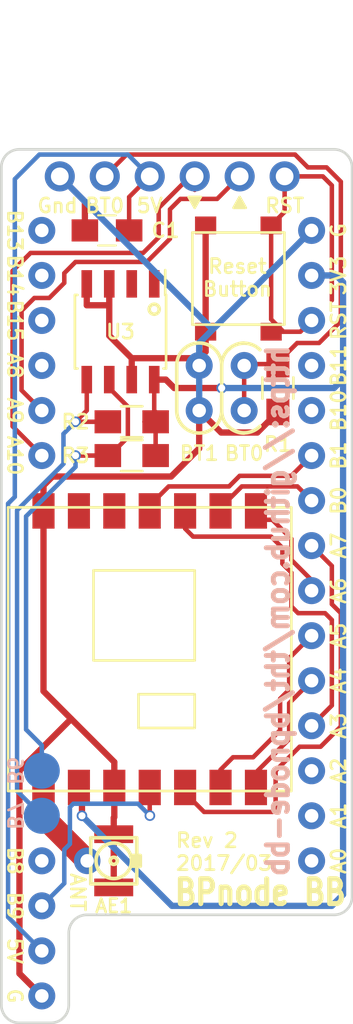
<source format=kicad_pcb>
(kicad_pcb (version 20171130) (host pcbnew "(5.1.12)-1")

  (general
    (thickness 1.6)
    (drawings 63)
    (tracks 212)
    (zones 0)
    (modules 10)
    (nets 19)
  )

  (page A4)
  (layers
    (0 F.Cu signal)
    (31 B.Cu signal)
    (32 B.Adhes user hide)
    (33 F.Adhes user hide)
    (34 B.Paste user hide)
    (35 F.Paste user hide)
    (36 B.SilkS user hide)
    (37 F.SilkS user hide)
    (38 B.Mask user hide)
    (39 F.Mask user hide)
    (40 Dwgs.User user hide)
    (41 Cmts.User user hide)
    (42 Eco1.User user hide)
    (43 Eco2.User user hide)
    (44 Edge.Cuts user)
    (45 Margin user hide)
    (46 B.CrtYd user hide)
    (47 F.CrtYd user hide)
    (48 B.Fab user hide)
    (49 F.Fab user hide)
  )

  (setup
    (last_trace_width 0.254)
    (trace_clearance 0.254)
    (zone_clearance 0)
    (zone_45_only no)
    (trace_min 0.2)
    (via_size 0.6)
    (via_drill 0.4)
    (via_min_size 0.4)
    (via_min_drill 0.3)
    (uvia_size 0.3)
    (uvia_drill 0.1)
    (uvias_allowed no)
    (uvia_min_size 0.2)
    (uvia_min_drill 0.1)
    (edge_width 0.15)
    (segment_width 0.2)
    (pcb_text_width 0.3)
    (pcb_text_size 1.5 1.5)
    (mod_edge_width 0.15)
    (mod_text_size 1 1)
    (mod_text_width 0.15)
    (pad_size 2.032 2.032)
    (pad_drill 0)
    (pad_to_mask_clearance 0.2)
    (aux_axis_origin 0 0)
    (visible_elements 7FFFFFFF)
    (pcbplotparams
      (layerselection 0x010f0_80000001)
      (usegerberextensions true)
      (usegerberattributes true)
      (usegerberadvancedattributes true)
      (creategerberjobfile true)
      (excludeedgelayer true)
      (linewidth 0.200000)
      (plotframeref false)
      (viasonmask false)
      (mode 1)
      (useauxorigin false)
      (hpglpennumber 1)
      (hpglpenspeed 20)
      (hpglpendiameter 15.000000)
      (psnegative false)
      (psa4output false)
      (plotreference true)
      (plotvalue true)
      (plotinvisibletext false)
      (padsonsilk false)
      (subtractmaskfromsilk false)
      (outputformat 1)
      (mirror false)
      (drillshape 0)
      (scaleselection 1)
      (outputdirectory "gerber/"))
  )

  (net 0 "")
  (net 1 GND)
  (net 2 RTS)
  (net 3 DTR)
  (net 4 +3V3)
  (net 5 TX)
  (net 6 RX)
  (net 7 Vin)
  (net 8 SSEL)
  (net 9 SCLK)
  (net 10 MISO)
  (net 11 MOSI)
  (net 12 DIO0)
  (net 13 DIO1)
  (net 14 DIO2)
  (net 15 DIO3)
  (net 16 "Net-(AE1-Pad1)")
  (net 17 SDA)
  (net 18 SCL)

  (net_class Default "This is the default net class."
    (clearance 0.254)
    (trace_width 0.254)
    (via_dia 0.6)
    (via_drill 0.4)
    (uvia_dia 0.3)
    (uvia_drill 0.1)
    (add_net DIO0)
    (add_net DIO1)
    (add_net DIO2)
    (add_net DIO3)
    (add_net DTR)
    (add_net MISO)
    (add_net MOSI)
    (add_net RTS)
    (add_net RX)
    (add_net SCL)
    (add_net SCLK)
    (add_net SDA)
    (add_net SSEL)
    (add_net TX)
    (add_net Vin)
  )

  (net_class Ant ""
    (clearance 0.254)
    (trace_width 1.27)
    (via_dia 0.6)
    (via_drill 0.4)
    (uvia_dia 0.3)
    (uvia_drill 0.1)
    (add_net "Net-(AE1-Pad1)")
  )

  (net_class Power ""
    (clearance 0.254)
    (trace_width 0.3556)
    (via_dia 0.6)
    (via_drill 0.4)
    (uvia_dia 0.3)
    (uvia_drill 0.1)
    (add_net +3V3)
    (add_net GND)
  )

  (module Housings_SOIC:SOIC-8_3.9x4.9mm_Pitch1.27mm (layer F.Cu) (tedit 58A83408) (tstamp 58A82CB2)
    (at 145.415 89.535 270)
    (descr "8-Lead Plastic Small Outline (SN) - Narrow, 3.90 mm Body [SOIC] (see Microchip Packaging Specification 00000049BS.pdf)")
    (tags "SOIC 1.27")
    (path /58A82BD6)
    (attr smd)
    (fp_text reference U3 (at 0 0) (layer F.SilkS)
      (effects (font (size 0.8 0.8) (thickness 0.15)))
    )
    (fp_text value M24M02-DR (at -0.635 0) (layer F.Fab) hide
      (effects (font (size 0.8128 0.8128) (thickness 0.15)))
    )
    (fp_line (start -2.075 -2.525) (end -3.475 -2.525) (layer F.SilkS) (width 0.15))
    (fp_line (start -2.075 2.575) (end 2.075 2.575) (layer F.SilkS) (width 0.15))
    (fp_line (start -2.075 -2.575) (end 2.075 -2.575) (layer F.SilkS) (width 0.15))
    (fp_line (start -2.075 2.575) (end -2.075 2.43) (layer F.SilkS) (width 0.15))
    (fp_line (start 2.075 2.575) (end 2.075 2.43) (layer F.SilkS) (width 0.15))
    (fp_line (start 2.075 -2.575) (end 2.075 -2.43) (layer F.SilkS) (width 0.15))
    (fp_line (start -2.075 -2.575) (end -2.075 -2.525) (layer F.SilkS) (width 0.15))
    (fp_line (start -3.75 2.75) (end 3.75 2.75) (layer F.CrtYd) (width 0.05))
    (fp_line (start -3.75 -2.75) (end 3.75 -2.75) (layer F.CrtYd) (width 0.05))
    (fp_line (start 3.75 -2.75) (end 3.75 2.75) (layer F.CrtYd) (width 0.05))
    (fp_line (start -3.75 -2.75) (end -3.75 2.75) (layer F.CrtYd) (width 0.05))
    (fp_line (start -1.95 -1.45) (end -0.95 -2.45) (layer F.Fab) (width 0.15))
    (fp_line (start -1.95 2.45) (end -1.95 -1.45) (layer F.Fab) (width 0.15))
    (fp_line (start 1.95 2.45) (end -1.95 2.45) (layer F.Fab) (width 0.15))
    (fp_line (start 1.95 -2.45) (end 1.95 2.45) (layer F.Fab) (width 0.15))
    (fp_line (start -0.95 -2.45) (end 1.95 -2.45) (layer F.Fab) (width 0.15))
    (pad 1 smd rect (at -2.7 -1.905 270) (size 1.55 0.6) (layers F.Cu F.Paste F.Mask))
    (pad 2 smd rect (at -2.7 -0.635 270) (size 1.55 0.6) (layers F.Cu F.Paste F.Mask))
    (pad 3 smd rect (at -2.7 0.635 270) (size 1.55 0.6) (layers F.Cu F.Paste F.Mask)
      (net 1 GND))
    (pad 4 smd rect (at -2.7 1.905 270) (size 1.55 0.6) (layers F.Cu F.Paste F.Mask)
      (net 1 GND))
    (pad 5 smd rect (at 2.7 1.905 270) (size 1.55 0.6) (layers F.Cu F.Paste F.Mask)
      (net 17 SDA))
    (pad 6 smd rect (at 2.7 0.635 270) (size 1.55 0.6) (layers F.Cu F.Paste F.Mask)
      (net 18 SCL))
    (pad 7 smd rect (at 2.7 -0.635 270) (size 1.55 0.6) (layers F.Cu F.Paste F.Mask)
      (net 1 GND))
    (pad 8 smd rect (at 2.7 -1.905 270) (size 1.55 0.6) (layers F.Cu F.Paste F.Mask)
      (net 4 +3V3))
    (model Housings_SOIC.3dshapes/SOIC-8_3.9x4.9mm_Pitch1.27mm.wrl
      (at (xyz 0 0 0))
      (scale (xyz 1 1 1))
      (rotate (xyz 0 0 0))
    )
  )

  (module Capacitors_SMD:C_0805_HandSoldering (layer F.Cu) (tedit 58A8340F) (tstamp 589EF7F9)
    (at 144.653 83.82 180)
    (descr "Capacitor SMD 0805, hand soldering")
    (tags "capacitor 0805")
    (path /58728A59)
    (attr smd)
    (fp_text reference C1 (at -3.302 0 180) (layer F.SilkS)
      (effects (font (size 0.8 0.8) (thickness 0.15)))
    )
    (fp_text value 0.1u (at 0 1.27 180) (layer F.Fab) hide
      (effects (font (size 1 1) (thickness 0.15)))
    )
    (fp_line (start -0.5 0.85) (end 0.5 0.85) (layer F.SilkS) (width 0.12))
    (fp_line (start 0.5 -0.85) (end -0.5 -0.85) (layer F.SilkS) (width 0.12))
    (fp_line (start 2.3 -1) (end 2.3 1) (layer F.CrtYd) (width 0.05))
    (fp_line (start -2.3 -1) (end -2.3 1) (layer F.CrtYd) (width 0.05))
    (fp_line (start -2.3 1) (end 2.3 1) (layer F.CrtYd) (width 0.05))
    (fp_line (start -2.3 -1) (end 2.3 -1) (layer F.CrtYd) (width 0.05))
    (fp_line (start -1 -0.625) (end 1 -0.625) (layer F.Fab) (width 0.1))
    (fp_line (start 1 -0.625) (end 1 0.625) (layer F.Fab) (width 0.1))
    (fp_line (start 1 0.625) (end -1 0.625) (layer F.Fab) (width 0.1))
    (fp_line (start -1 0.625) (end -1 -0.625) (layer F.Fab) (width 0.1))
    (pad 1 smd rect (at -1.25 0 180) (size 1.5 1.25) (layers F.Cu F.Paste F.Mask)
      (net 7 Vin))
    (pad 2 smd rect (at 1.25 0 180) (size 1.5 1.25) (layers F.Cu F.Paste F.Mask)
      (net 1 GND))
    (model Capacitors_SMD.3dshapes/C_0805_HandSoldering.wrl
      (at (xyz 0 0 0))
      (scale (xyz 1 1 1))
      (rotate (xyz 0 0 0))
    )
  )

  (module Resistors_SMD:R_0805_HandSoldering (layer F.Cu) (tedit 58A833EF) (tstamp 589EF7FE)
    (at 154.305 92.71 90)
    (descr "Resistor SMD 0805, hand soldering")
    (tags "resistor 0805")
    (path /58713BBC)
    (attr smd)
    (fp_text reference R1 (at -3.175 0 180) (layer F.SilkS)
      (effects (font (size 0.8 0.8) (thickness 0.15)))
    )
    (fp_text value R (at 0 2.1 90) (layer F.Fab) hide
      (effects (font (size 1 1) (thickness 0.15)))
    )
    (fp_line (start -0.6 -0.875) (end 0.6 -0.875) (layer F.SilkS) (width 0.15))
    (fp_line (start 0.6 0.875) (end -0.6 0.875) (layer F.SilkS) (width 0.15))
    (fp_line (start 2.4 -1) (end 2.4 1) (layer F.CrtYd) (width 0.05))
    (fp_line (start -2.4 -1) (end -2.4 1) (layer F.CrtYd) (width 0.05))
    (fp_line (start -2.4 1) (end 2.4 1) (layer F.CrtYd) (width 0.05))
    (fp_line (start -2.4 -1) (end 2.4 -1) (layer F.CrtYd) (width 0.05))
    (fp_line (start -1 -0.625) (end 1 -0.625) (layer F.Fab) (width 0.1))
    (fp_line (start 1 -0.625) (end 1 0.625) (layer F.Fab) (width 0.1))
    (fp_line (start 1 0.625) (end -1 0.625) (layer F.Fab) (width 0.1))
    (fp_line (start -1 0.625) (end -1 -0.625) (layer F.Fab) (width 0.1))
    (pad 1 smd rect (at -1.35 0 90) (size 1.5 1.3) (layers F.Cu F.Paste F.Mask)
      (net 1 GND))
    (pad 2 smd rect (at 1.35 0 90) (size 1.5 1.3) (layers F.Cu F.Paste F.Mask)
      (net 2 RTS))
    (model Resistors_SMD.3dshapes/R_0805_HandSoldering.wrl
      (at (xyz 0 0 0))
      (scale (xyz 1 1 1))
      (rotate (xyz 0 0 0))
    )
  )

  (module BP:Pin_Header_Angled_1x06_Pitch2.54mm (layer F.Cu) (tedit 589F5A9F) (tstamp 589F786F)
    (at 141.986 80.772 90)
    (descr "Through hole angled pin header, 1x06, 2.54mm pitch, 6mm pin length, single row")
    (tags "Through hole angled pin header THT 1x06 2.54mm single row")
    (path /58713DA3)
    (fp_text reference P1 (at 4.315 -2.27 90) (layer F.SilkS) hide
      (effects (font (size 1 1) (thickness 0.15)))
    )
    (fp_text value CONN_01X06 (at 4.315 14.97 90) (layer F.Fab) hide
      (effects (font (size 1 1) (thickness 0.15)))
    )
    (fp_line (start 9.9 12.38) (end 0 12.38) (layer F.Fab) (width 0.1))
    (fp_line (start 9.9 13.02) (end 9.9 12.38) (layer F.Fab) (width 0.1))
    (fp_line (start 0 13.02) (end 9.9 13.02) (layer F.Fab) (width 0.1))
    (fp_line (start 0 12.38) (end 0 13.02) (layer F.Fab) (width 0.1))
    (fp_line (start 3.9 11.43) (end 1.4 11.43) (layer F.Fab) (width 0.1))
    (fp_line (start 3.9 13.97) (end 3.9 11.43) (layer F.Fab) (width 0.1))
    (fp_line (start 1.4 13.97) (end 3.9 13.97) (layer F.Fab) (width 0.1))
    (fp_line (start 1.4 11.43) (end 1.4 13.97) (layer F.Fab) (width 0.1))
    (fp_line (start 9.9 9.84) (end 0 9.84) (layer F.Fab) (width 0.1))
    (fp_line (start 9.9 10.48) (end 9.9 9.84) (layer F.Fab) (width 0.1))
    (fp_line (start 0 10.48) (end 9.9 10.48) (layer F.Fab) (width 0.1))
    (fp_line (start 0 9.84) (end 0 10.48) (layer F.Fab) (width 0.1))
    (fp_line (start 3.9 8.89) (end 1.4 8.89) (layer F.Fab) (width 0.1))
    (fp_line (start 3.9 11.43) (end 3.9 8.89) (layer F.Fab) (width 0.1))
    (fp_line (start 1.4 11.43) (end 3.9 11.43) (layer F.Fab) (width 0.1))
    (fp_line (start 1.4 8.89) (end 1.4 11.43) (layer F.Fab) (width 0.1))
    (fp_line (start 9.9 7.3) (end 0 7.3) (layer F.Fab) (width 0.1))
    (fp_line (start 9.9 7.94) (end 9.9 7.3) (layer F.Fab) (width 0.1))
    (fp_line (start 0 7.94) (end 9.9 7.94) (layer F.Fab) (width 0.1))
    (fp_line (start 0 7.3) (end 0 7.94) (layer F.Fab) (width 0.1))
    (fp_line (start 3.9 6.35) (end 1.4 6.35) (layer F.Fab) (width 0.1))
    (fp_line (start 3.9 8.89) (end 3.9 6.35) (layer F.Fab) (width 0.1))
    (fp_line (start 1.4 8.89) (end 3.9 8.89) (layer F.Fab) (width 0.1))
    (fp_line (start 1.4 6.35) (end 1.4 8.89) (layer F.Fab) (width 0.1))
    (fp_line (start 9.9 4.76) (end 0 4.76) (layer F.Fab) (width 0.1))
    (fp_line (start 9.9 5.4) (end 9.9 4.76) (layer F.Fab) (width 0.1))
    (fp_line (start 0 5.4) (end 9.9 5.4) (layer F.Fab) (width 0.1))
    (fp_line (start 0 4.76) (end 0 5.4) (layer F.Fab) (width 0.1))
    (fp_line (start 3.9 3.81) (end 1.4 3.81) (layer F.Fab) (width 0.1))
    (fp_line (start 3.9 6.35) (end 3.9 3.81) (layer F.Fab) (width 0.1))
    (fp_line (start 1.4 6.35) (end 3.9 6.35) (layer F.Fab) (width 0.1))
    (fp_line (start 1.4 3.81) (end 1.4 6.35) (layer F.Fab) (width 0.1))
    (fp_line (start 9.9 2.22) (end 0 2.22) (layer F.Fab) (width 0.1))
    (fp_line (start 9.9 2.86) (end 9.9 2.22) (layer F.Fab) (width 0.1))
    (fp_line (start 0 2.86) (end 9.9 2.86) (layer F.Fab) (width 0.1))
    (fp_line (start 0 2.22) (end 0 2.86) (layer F.Fab) (width 0.1))
    (fp_line (start 3.9 1.27) (end 1.4 1.27) (layer F.Fab) (width 0.1))
    (fp_line (start 3.9 3.81) (end 3.9 1.27) (layer F.Fab) (width 0.1))
    (fp_line (start 1.4 3.81) (end 3.9 3.81) (layer F.Fab) (width 0.1))
    (fp_line (start 1.4 1.27) (end 1.4 3.81) (layer F.Fab) (width 0.1))
    (fp_line (start 9.9 -0.32) (end 0 -0.32) (layer F.Fab) (width 0.1))
    (fp_line (start 9.9 0.32) (end 9.9 -0.32) (layer F.Fab) (width 0.1))
    (fp_line (start 0 0.32) (end 9.9 0.32) (layer F.Fab) (width 0.1))
    (fp_line (start 0 -0.32) (end 0 0.32) (layer F.Fab) (width 0.1))
    (fp_line (start 3.9 -1.27) (end 1.4 -1.27) (layer F.Fab) (width 0.1))
    (fp_line (start 3.9 1.27) (end 3.9 -1.27) (layer F.Fab) (width 0.1))
    (fp_line (start 1.4 1.27) (end 3.9 1.27) (layer F.Fab) (width 0.1))
    (fp_line (start 1.4 -1.27) (end 1.4 1.27) (layer F.Fab) (width 0.1))
    (pad 1 thru_hole circle (at 0 0 90) (size 1.7 1.7) (drill 1) (layers *.Cu *.Mask)
      (net 1 GND))
    (pad 2 thru_hole oval (at 0 2.54 90) (size 1.7 1.7) (drill 1) (layers *.Cu *.Mask)
      (net 2 RTS))
    (pad 3 thru_hole oval (at 0 5.08 90) (size 1.7 1.7) (drill 1) (layers *.Cu *.Mask)
      (net 7 Vin))
    (pad 4 thru_hole oval (at 0 7.62 90) (size 1.7 1.7) (drill 1) (layers *.Cu *.Mask)
      (net 5 TX))
    (pad 5 thru_hole oval (at 0 10.16 90) (size 1.7 1.7) (drill 1) (layers *.Cu *.Mask)
      (net 6 RX))
    (pad 6 thru_hole oval (at 0 12.7 90) (size 1.7 1.7) (drill 1) (layers *.Cu *.Mask)
      (net 3 DTR))
    (model Pin_Headers.3dshapes/Pin_Header_Angled_1x06_Pitch2.54mm.wrl
      (offset (xyz 0 -6.349999904632568 0))
      (scale (xyz 1 1 1))
      (rotate (xyz 0 0 90))
    )
    (model "/Library/Application Support/kicad/packages3d/Pin_Headers.3dshapes/Pin_Header_Angled_1x06.wrl"
      (offset (xyz 0 -6.349999904632568 -1.904999971389771))
      (scale (xyz 1 1 1))
      (rotate (xyz 0 180 90))
    )
  )

  (module BP:SMD_BUTTON (layer F.Cu) (tedit 589F67B0) (tstamp 589F7DE3)
    (at 152.074 86.535 270)
    (path /5872565A)
    (fp_text reference SW1 (at -1.397 0) (layer F.SilkS) hide
      (effects (font (size 1 1) (thickness 0.15)))
    )
    (fp_text value SW_Push (at 1.143 0) (layer F.Fab) hide
      (effects (font (size 1 1) (thickness 0.15)))
    )
    (fp_line (start 2.6 -2.6) (end -2.6 -2.6) (layer F.SilkS) (width 0.15))
    (fp_line (start 2.6 2.6) (end 2.6 -2.6) (layer F.SilkS) (width 0.15))
    (fp_line (start -2.6 2.6) (end 2.6 2.6) (layer F.SilkS) (width 0.15))
    (fp_line (start -2.6 -2.6) (end -2.6 2.6) (layer F.SilkS) (width 0.15))
    (pad 1 smd rect (at -3 -1.85 270) (size 1 1.2) (layers F.Cu F.Paste F.Mask)
      (net 3 DTR))
    (pad 2 smd rect (at -3 1.85 270) (size 1 1.2) (layers F.Cu F.Paste F.Mask)
      (net 1 GND))
    (pad 2 smd rect (at 3 1.85 270) (size 1 1.2) (layers F.Cu F.Paste F.Mask)
      (net 1 GND))
    (pad 1 smd rect (at 3 -1.85 270) (size 1 1.2) (layers F.Cu F.Paste F.Mask)
      (net 3 DTR))
  )

  (module Resistors_SMD:R_0805_HandSoldering (layer F.Cu) (tedit 58A83402) (tstamp 58A82FB5)
    (at 146.05 94.615)
    (descr "Resistor SMD 0805, hand soldering")
    (tags "resistor 0805")
    (path /58A83AC9)
    (attr smd)
    (fp_text reference R2 (at -3.175 0) (layer F.SilkS)
      (effects (font (size 0.8 0.8) (thickness 0.15)))
    )
    (fp_text value R (at 3.175 0) (layer F.Fab) hide
      (effects (font (size 1 1) (thickness 0.15)))
    )
    (fp_line (start -0.6 -0.875) (end 0.6 -0.875) (layer F.SilkS) (width 0.15))
    (fp_line (start 0.6 0.875) (end -0.6 0.875) (layer F.SilkS) (width 0.15))
    (fp_line (start 2.4 -1) (end 2.4 1) (layer F.CrtYd) (width 0.05))
    (fp_line (start -2.4 -1) (end -2.4 1) (layer F.CrtYd) (width 0.05))
    (fp_line (start -2.4 1) (end 2.4 1) (layer F.CrtYd) (width 0.05))
    (fp_line (start -2.4 -1) (end 2.4 -1) (layer F.CrtYd) (width 0.05))
    (fp_line (start -1 -0.625) (end 1 -0.625) (layer F.Fab) (width 0.1))
    (fp_line (start 1 -0.625) (end 1 0.625) (layer F.Fab) (width 0.1))
    (fp_line (start 1 0.625) (end -1 0.625) (layer F.Fab) (width 0.1))
    (fp_line (start -1 0.625) (end -1 -0.625) (layer F.Fab) (width 0.1))
    (pad 1 smd rect (at -1.35 0) (size 1.5 1.3) (layers F.Cu F.Paste F.Mask)
      (net 17 SDA))
    (pad 2 smd rect (at 1.35 0) (size 1.5 1.3) (layers F.Cu F.Paste F.Mask)
      (net 4 +3V3))
    (model Resistors_SMD.3dshapes/R_0805_HandSoldering.wrl
      (at (xyz 0 0 0))
      (scale (xyz 1 1 1))
      (rotate (xyz 0 0 0))
    )
  )

  (module Resistors_SMD:R_0805_HandSoldering (layer F.Cu) (tedit 58A833FB) (tstamp 58A82FBB)
    (at 146.05 96.52)
    (descr "Resistor SMD 0805, hand soldering")
    (tags "resistor 0805")
    (path /58A83B54)
    (attr smd)
    (fp_text reference R3 (at -3.175 0) (layer F.SilkS)
      (effects (font (size 0.8 0.8) (thickness 0.15)))
    )
    (fp_text value R (at 0 2.1) (layer F.Fab) hide
      (effects (font (size 1 1) (thickness 0.15)))
    )
    (fp_line (start -0.6 -0.875) (end 0.6 -0.875) (layer F.SilkS) (width 0.15))
    (fp_line (start 0.6 0.875) (end -0.6 0.875) (layer F.SilkS) (width 0.15))
    (fp_line (start 2.4 -1) (end 2.4 1) (layer F.CrtYd) (width 0.05))
    (fp_line (start -2.4 -1) (end -2.4 1) (layer F.CrtYd) (width 0.05))
    (fp_line (start -2.4 1) (end 2.4 1) (layer F.CrtYd) (width 0.05))
    (fp_line (start -2.4 -1) (end 2.4 -1) (layer F.CrtYd) (width 0.05))
    (fp_line (start -1 -0.625) (end 1 -0.625) (layer F.Fab) (width 0.1))
    (fp_line (start 1 -0.625) (end 1 0.625) (layer F.Fab) (width 0.1))
    (fp_line (start 1 0.625) (end -1 0.625) (layer F.Fab) (width 0.1))
    (fp_line (start -1 0.625) (end -1 -0.625) (layer F.Fab) (width 0.1))
    (pad 1 smd rect (at -1.35 0) (size 1.5 1.3) (layers F.Cu F.Paste F.Mask)
      (net 18 SCL))
    (pad 2 smd rect (at 1.35 0) (size 1.5 1.3) (layers F.Cu F.Paste F.Mask)
      (net 4 +3V3))
    (model Resistors_SMD.3dshapes/R_0805_HandSoldering.wrl
      (at (xyz 0 0 0))
      (scale (xyz 1 1 1))
      (rotate (xyz 0 0 0))
    )
  )

  (module BP:BLUEPILL-EXTENSION locked (layer F.Cu) (tedit 58A83EF5) (tstamp 58723B26)
    (at 148.59 105.41)
    (path /58713B48)
    (fp_text reference U1 (at 0 25.4) (layer F.SilkS) hide
      (effects (font (size 1 1) (thickness 0.15)))
    )
    (fp_text value BP (at 0 -24.1) (layer F.Fab) hide
      (effects (font (size 1 1) (thickness 0.15)))
    )
    (pad PB13 thru_hole circle (at -7.62 -21.59) (size 1.524 1.524) (drill 0.762) (layers *.Cu *.Mask))
    (pad PB14 thru_hole circle (at -7.62 -19.05) (size 1.524 1.524) (drill 0.762) (layers *.Cu *.Mask))
    (pad PA9 thru_hole circle (at -7.62 -11.43) (size 1.524 1.524) (drill 0.762) (layers *.Cu *.Mask)
      (net 6 RX))
    (pad PA10 thru_hole circle (at -7.62 -8.89) (size 1.524 1.524) (drill 0.762) (layers *.Cu *.Mask)
      (net 5 TX))
    (pad PA4 thru_hole circle (at 7.62 3.81) (size 1.524 1.524) (drill 0.762) (layers *.Cu *.Mask)
      (net 8 SSEL))
    (pad PA5 thru_hole circle (at 7.62 1.27) (size 1.524 1.524) (drill 0.762) (layers *.Cu *.Mask)
      (net 9 SCLK))
    (pad PA6 thru_hole circle (at 7.62 -1.27) (size 1.524 1.524) (drill 0.762) (layers *.Cu *.Mask)
      (net 10 MISO))
    (pad PA7 thru_hole circle (at 7.62 -3.81) (size 1.524 1.524) (drill 0.762) (layers *.Cu *.Mask)
      (net 11 MOSI))
    (pad NRST thru_hole circle (at 7.62 -16.51) (size 1.524 1.524) (drill 0.762) (layers *.Cu *.Mask)
      (net 3 DTR))
    (pad 3V3 thru_hole circle (at 7.62 -19.05) (size 1.524 1.524) (drill 0.762) (layers *.Cu *.Mask)
      (net 4 +3V3))
    (pad G thru_hole circle (at 7.62 -21.59) (size 1.524 1.524) (drill 0.762) (layers *.Cu *.Mask)
      (net 1 GND))
    (pad BOOT thru_hole circle (at 3.81 -11.43) (size 1.524 1.524) (drill 0.762) (layers *.Cu *.Mask)
      (net 2 RTS))
    (pad PB2 thru_hole circle (at 1.27 -11.43) (size 1.524 1.524) (drill 0.762) (layers *.Cu *.Mask)
      (net 1 GND))
    (pad 5V thru_hole circle (at -7.62 19.05) (size 1.524 1.524) (drill 0.762) (layers *.Cu *.Mask)
      (net 7 Vin))
    (pad PB9 thru_hole circle (at -7.62 16.51) (size 1.524 1.524) (drill 0.762) (layers *.Cu *.Mask)
      (net 15 DIO3))
    (pad PB0 thru_hole circle (at 7.62 -6.35) (size 1.524 1.524) (drill 0.762) (layers *.Cu *.Mask)
      (net 12 DIO0))
    (pad PB1 thru_hole circle (at 7.62 -8.89) (size 1.524 1.524) (drill 0.762) (layers *.Cu *.Mask)
      (net 13 DIO1))
    (pad PA3 thru_hole circle (at 7.62 6.35) (size 1.524 1.524) (drill 0.762) (layers *.Cu *.Mask)
      (net 14 DIO2))
    (pad G thru_hole circle (at -7.62 21.59) (size 1.524 1.524) (drill 0.762) (layers *.Cu *.Mask)
      (net 1 GND))
    (pad PB15 thru_hole circle (at -7.62 -16.51) (size 1.524 1.524) (drill 0.762) (layers *.Cu *.Mask))
    (pad PB2 thru_hole circle (at 1.27 -13.97) (size 1.524 1.524) (drill 0.762) (layers *.Cu *.Mask)
      (net 1 GND))
    (pad BOOT thru_hole circle (at 3.81 -13.97) (size 1.524 1.524) (drill 0.762) (layers *.Cu *.Mask)
      (net 2 RTS))
    (pad PA8 thru_hole circle (at -7.62 -13.97) (size 1.524 1.524) (drill 0.762) (layers *.Cu *.Mask))
    (pad PB11 thru_hole circle (at 7.62 -13.97) (size 1.524 1.524) (drill 0.762) (layers *.Cu *.Mask))
    (pad PB10 thru_hole circle (at 7.62 -11.43) (size 1.524 1.524) (drill 0.762) (layers *.Cu *.Mask))
    (pad PA2 thru_hole circle (at 7.62 8.89) (size 1.524 1.524) (drill 0.762) (layers *.Cu *.Mask))
    (pad PB7 smd circle (at -7.62 11.43) (size 2.032 2.032) (layers B.Cu B.Mask)
      (net 17 SDA))
    (pad PB6 smd circle (at -7.62 8.89) (size 2.032 2.032) (layers B.Cu B.Mask)
      (net 18 SCL))
    (pad PB8 thru_hole circle (at -7.62 13.97) (size 1.524 1.524) (drill 0.762) (layers *.Cu *.Mask))
    (pad PA1 thru_hole circle (at 7.62 11.43) (size 1.524 1.524) (drill 0.762) (layers *.Cu *.Mask))
    (pad PA0 thru_hole circle (at 7.62 13.97) (size 1.524 1.524) (drill 0.762) (layers *.Cu *.Mask))
  )

  (module RFM69:RFM69CW (layer F.Cu) (tedit 58A9C9EF) (tstamp 5871739A)
    (at 147.066 107.442 270)
    (path /58716C00)
    (fp_text reference U2 (at 0 8.89 270) (layer F.SilkS) hide
      (effects (font (size 1 1) (thickness 0.15)))
    )
    (fp_text value RFM69 (at 0 -8.89 270) (layer F.Fab)
      (effects (font (size 1 1) (thickness 0.15)))
    )
    (fp_line (start -8 -8) (end -8 8) (layer F.SilkS) (width 0.15))
    (fp_line (start -8 8) (end 8 8) (layer F.SilkS) (width 0.15))
    (fp_line (start 8 8) (end 8 -8) (layer F.SilkS) (width 0.15))
    (fp_line (start 8 -8) (end -8 -8) (layer F.SilkS) (width 0.15))
    (fp_line (start -4.445 -2.54) (end -4.445 3.175) (layer F.SilkS) (width 0.15))
    (fp_line (start -4.445 3.175) (end 0.635 3.175) (layer F.SilkS) (width 0.15))
    (fp_line (start 0.635 3.175) (end 0.635 -2.54) (layer F.SilkS) (width 0.15))
    (fp_line (start 0.635 -2.54) (end -4.445 -2.54) (layer F.SilkS) (width 0.15))
    (fp_line (start 2.54 -2.54) (end 2.54 0.635) (layer F.SilkS) (width 0.15))
    (fp_line (start 2.54 0.635) (end 4.445 0.635) (layer F.SilkS) (width 0.15))
    (fp_line (start 4.445 0.635) (end 4.445 -2.54) (layer F.SilkS) (width 0.15))
    (fp_line (start 4.445 -2.54) (end 2.54 -2.54) (layer F.SilkS) (width 0.15))
    (fp_text user Ant (at 5.334 6.096 270) (layer F.Fab)
      (effects (font (size 1 1) (thickness 0.15)))
    )
    (pad 1 smd rect (at 7.3 6 270) (size 2 1.25) (drill (offset 0.5 0)) (layers F.Cu F.Paste F.Mask)
      (net 16 "Net-(AE1-Pad1)"))
    (pad 2 smd rect (at 7.3 4 270) (size 2 1.25) (drill (offset 0.5 0)) (layers F.Cu F.Paste F.Mask)
      (net 4 +3V3))
    (pad 3 smd rect (at 7.3 2 270) (size 2 1.25) (drill (offset 0.5 0)) (layers F.Cu F.Paste F.Mask)
      (net 1 GND))
    (pad 4 smd rect (at 7.3 0 270) (size 2 1.25) (drill (offset 0.5 0)) (layers F.Cu F.Paste F.Mask)
      (net 15 DIO3))
    (pad 5 smd rect (at 7.3 -2 270) (size 2 1.25) (drill (offset 0.5 0)) (layers F.Cu F.Paste F.Mask)
      (net 11 MOSI))
    (pad 6 smd rect (at 7.3 -4 270) (size 2 1.25) (drill (offset 0.5 0)) (layers F.Cu F.Paste F.Mask)
      (net 9 SCLK))
    (pad 7 smd rect (at 7.3 -6 270) (size 2 1.25) (drill (offset 0.5 0)) (layers F.Cu F.Paste F.Mask)
      (net 8 SSEL))
    (pad 10 smd rect (at -7.3 -2 270) (size 2 1.25) (drill (offset -0.5 0)) (layers F.Cu F.Paste F.Mask)
      (net 14 DIO2))
    (pad 8 smd rect (at -7.3 -6 270) (size 2 1.25) (drill (offset -0.5 0)) (layers F.Cu F.Paste F.Mask)
      (net 10 MISO))
    (pad 12 smd rect (at -7.3 2 270) (size 2 1.25) (drill (offset -0.5 0)) (layers F.Cu F.Paste F.Mask))
    (pad 13 smd rect (at -7.3 4 270) (size 2 1.25) (drill (offset -0.5 0)) (layers F.Cu F.Paste F.Mask))
    (pad 11 smd rect (at -7.3 0 270) (size 2 1.25) (drill (offset -0.5 0)) (layers F.Cu F.Paste F.Mask)
      (net 13 DIO1))
    (pad 14 smd rect (at -7.3 6 270) (size 2 1.25) (drill (offset -0.5 0)) (layers F.Cu F.Paste F.Mask)
      (net 1 GND))
    (pad 9 smd rect (at -7.3 -4 270) (size 2 1.25) (drill (offset -0.5 0)) (layers F.Cu F.Paste F.Mask)
      (net 12 DIO0))
  )

  (module RFM69:U.FL-COAX (layer F.Cu) (tedit 589F6CFF) (tstamp 58A99F3D)
    (at 145.034 119.38)
    (path /589F6A9F)
    (attr smd)
    (fp_text reference AE1 (at 0 2.54) (layer F.SilkS)
      (effects (font (size 0.762 0.762) (thickness 0.1524)))
    )
    (fp_text value Antenna_Shield (at 0 0) (layer F.SilkS) hide
      (effects (font (size 0.762 0.762) (thickness 0.1524)))
    )
    (fp_circle (center 0 0) (end 1 0) (layer F.SilkS) (width 0.2032))
    (fp_circle (center 0 0) (end 0.2 0) (layer F.SilkS) (width 0.2032))
    (fp_line (start 1.3 -1.3) (end -1.3 -1.3) (layer F.SilkS) (width 0.2032))
    (fp_line (start 1.3 1.3) (end 1.3 -1.3) (layer F.SilkS) (width 0.2032))
    (fp_line (start -1.3 1.3) (end 1.3 1.3) (layer F.SilkS) (width 0.2032))
    (fp_line (start -1.3 -1.3) (end -1.3 1.3) (layer F.SilkS) (width 0.2032))
    (fp_line (start 1.5 -0.3) (end 1 -0.3) (layer F.SilkS) (width 0.2032))
    (fp_line (start 1.5 0.3) (end 1.5 -0.3) (layer F.SilkS) (width 0.2032))
    (fp_line (start 1.5 0.3) (end 1 0.3) (layer F.SilkS) (width 0.2032))
    (fp_line (start 1.1 0.3) (end 1.1 -0.3) (layer F.SilkS) (width 0.2032))
    (pad 1 thru_hole circle (at -1.5 0) (size 1.5 1.5) (drill 0.762) (layers *.Cu *.Mask)
      (net 16 "Net-(AE1-Pad1)"))
    (pad 2 smd rect (at 0 -1.5) (size 2.2 1) (layers F.Cu F.Paste F.Mask)
      (net 1 GND))
    (pad 2 smd rect (at 0 1.5) (size 2.2 1) (layers F.Cu F.Paste F.Mask)
      (net 1 GND))
  )

  (gr_text B7 (at 139.446 116.84 270) (layer B.SilkS) (tstamp 58A86ECE)
    (effects (font (size 0.8 0.8) (thickness 0.15)) (justify mirror))
  )
  (gr_text B6 (at 139.446 114.3 270) (layer B.SilkS) (tstamp 58A86E70)
    (effects (font (size 0.8 0.8) (thickness 0.15)) (justify mirror))
  )
  (gr_text https://github.com/tht/bpnode-bb (at 154.305 105.283 90) (layer B.SilkS)
    (effects (font (size 1.2 1.1) (thickness 0.275)) (justify mirror))
  )
  (gr_text "Reset\nButton" (at 152.019 86.487) (layer F.SilkS)
    (effects (font (size 0.8 0.8) (thickness 0.15)))
  )
  (gr_text A0 (at 157.734 119.38 90) (layer F.SilkS)
    (effects (font (size 0.8 0.8) (thickness 0.15)))
  )
  (gr_text A1 (at 157.734 116.84 90) (layer F.SilkS)
    (effects (font (size 0.8 0.8) (thickness 0.15)))
  )
  (gr_text B8 (at 139.446 119.38 270) (layer F.SilkS)
    (effects (font (size 0.8 0.8) (thickness 0.15)))
  )
  (gr_text BT1 (at 149.86 96.393) (layer F.SilkS)
    (effects (font (size 0.8 0.8) (thickness 0.15)))
  )
  (gr_text BT0 (at 152.4 96.393) (layer F.SilkS)
    (effects (font (size 0.8 0.8) (thickness 0.15)))
  )
  (gr_text 5V (at 147.066 82.423) (layer F.SilkS)
    (effects (font (size 0.8 0.8) (thickness 0.15)))
  )
  (gr_text BT0 (at 144.526 82.423) (layer F.SilkS)
    (effects (font (size 0.8 0.8) (thickness 0.15)))
  )
  (gr_text RST (at 154.686 82.423) (layer F.SilkS)
    (effects (font (size 0.8 0.8) (thickness 0.15)))
  )
  (gr_text Gnd (at 141.859 82.423) (layer F.SilkS)
    (effects (font (size 0.8 0.8) (thickness 0.15)))
  )
  (gr_text ▼ (at 152.146 82.296 180) (layer F.SilkS)
    (effects (font (size 0.8 0.8) (thickness 0.15)))
  )
  (gr_text ▲ (at 149.606 82.296 180) (layer F.SilkS)
    (effects (font (size 0.8 0.8) (thickness 0.15)))
  )
  (gr_text A8 (at 139.446 91.44 270) (layer F.SilkS)
    (effects (font (size 0.8 0.8) (thickness 0.15)))
  )
  (gr_text A2 (at 157.734 114.3 90) (layer F.SilkS)
    (effects (font (size 0.8 0.8) (thickness 0.15)))
  )
  (gr_text B11 (at 157.734 91.44 90) (layer F.SilkS)
    (effects (font (size 0.8 0.8) (thickness 0.15)))
  )
  (gr_text B10 (at 157.734 93.98 90) (layer F.SilkS)
    (effects (font (size 0.8 0.8) (thickness 0.15)))
  )
  (gr_text B15 (at 139.446 88.9 270) (layer F.SilkS) (tstamp 5872A716)
    (effects (font (size 0.8 0.8) (thickness 0.15)))
  )
  (gr_text G (at 139.446 127 270) (layer F.SilkS) (tstamp 58728C86)
    (effects (font (size 0.8 0.8) (thickness 0.15)))
  )
  (gr_text A3 (at 157.734 111.76 90) (layer F.SilkS) (tstamp 58728423)
    (effects (font (size 0.8 0.8) (thickness 0.15)))
  )
  (gr_text B1 (at 157.734 96.52 90) (layer F.SilkS) (tstamp 587283F6)
    (effects (font (size 0.8 0.8) (thickness 0.15)))
  )
  (gr_text B0 (at 157.734 99.06 90) (layer F.SilkS) (tstamp 587281D8)
    (effects (font (size 0.8 0.8) (thickness 0.15)))
  )
  (gr_text ANT (at 143.002 121.158 270) (layer F.SilkS) (tstamp 587278FB)
    (effects (font (size 0.8 0.8) (thickness 0.15)))
  )
  (gr_text A4 (at 157.734 109.22 90) (layer F.SilkS) (tstamp 587278AB)
    (effects (font (size 0.8 0.8) (thickness 0.15)))
  )
  (gr_text A5 (at 157.734 106.68 90) (layer F.SilkS) (tstamp 587278A7)
    (effects (font (size 0.8 0.8) (thickness 0.15)))
  )
  (gr_text A6 (at 157.734 104.14 90) (layer F.SilkS) (tstamp 587278A3)
    (effects (font (size 0.8 0.8) (thickness 0.15)))
  )
  (gr_text A7 (at 157.734 101.6 90) (layer F.SilkS) (tstamp 5872789A)
    (effects (font (size 0.8 0.8) (thickness 0.15)))
  )
  (gr_text RST (at 157.734 88.9 90) (layer F.SilkS) (tstamp 58727859)
    (effects (font (size 0.8 0.8) (thickness 0.15)))
  )
  (gr_text 3V3 (at 157.734 86.36 90) (layer F.SilkS) (tstamp 5872784A)
    (effects (font (size 0.8 0.8) (thickness 0.15)))
  )
  (gr_text G (at 157.734 83.82 90) (layer F.SilkS) (tstamp 58727839)
    (effects (font (size 0.8 0.8) (thickness 0.15)))
  )
  (gr_text B13 (at 139.446 83.82 270) (layer F.SilkS) (tstamp 58727759)
    (effects (font (size 0.8 0.8) (thickness 0.15)))
  )
  (gr_text B14 (at 139.446 86.36 270) (layer F.SilkS) (tstamp 58727747)
    (effects (font (size 0.8 0.8) (thickness 0.15)))
  )
  (gr_text A9 (at 139.446 93.98 270) (layer F.SilkS) (tstamp 7FFFFFFF)
    (effects (font (size 0.8 0.8) (thickness 0.15)))
  )
  (gr_text A10 (at 139.446 96.52 270) (layer F.SilkS) (tstamp 587276DC)
    (effects (font (size 0.8 0.8) (thickness 0.15)))
  )
  (gr_text 5V (at 139.446 124.46 270) (layer F.SilkS) (tstamp 587276B9)
    (effects (font (size 0.8 0.8) (thickness 0.15)))
  )
  (gr_text B9 (at 139.446 121.92 270) (layer F.SilkS)
    (effects (font (size 0.8 0.8) (thickness 0.15)))
  )
  (gr_text "Rev 2\n2017/03" (at 148.463 118.872) (layer F.SilkS) (tstamp 58725360)
    (effects (font (size 0.8 0.8) (thickness 0.15)) (justify left))
  )
  (gr_text "BPnode BB" (at 148.336 121.158) (layer F.SilkS)
    (effects (font (size 1.4 1.15) (thickness 0.2875)) (justify left))
  )
  (gr_line (start 158.496 121.412) (end 158.496 80.264) (layer Edge.Cuts) (width 0.15))
  (gr_line (start 142.494 127.508) (end 142.494 123.444) (layer Edge.Cuts) (width 0.15))
  (gr_line (start 151.13 91.44) (end 151.13 93.98) (angle 90) (layer F.SilkS) (width 0.2))
  (gr_line (start 148.59 93.98) (end 148.59 91.44) (angle 90) (layer F.SilkS) (width 0.2))
  (gr_line (start 157.48 79.248) (end 139.7 79.248) (angle 90) (layer Edge.Cuts) (width 0.15))
  (gr_line (start 143.51 122.428) (end 157.48 122.428) (angle 90) (layer Edge.Cuts) (width 0.15))
  (gr_line (start 139.7 128.524) (end 141.478 128.524) (angle 90) (layer Edge.Cuts) (width 0.15))
  (gr_line (start 138.684 127.508) (end 138.684 80.264) (angle 90) (layer Edge.Cuts) (width 0.15))
  (gr_circle (center 147.32 88.265) (end 147.574 88.392) (layer F.SilkS) (width 0.2))
  (gr_arc (start 152.4 91.44) (end 151.511 90.551) (angle 90) (layer F.SilkS) (width 0.2))
  (gr_arc (start 152.4 93.98) (end 153.289 94.869) (angle 90) (layer F.SilkS) (width 0.2))
  (gr_arc (start 152.4 93.98) (end 152.4 95.25) (angle 90) (layer F.SilkS) (width 0.2))
  (gr_arc (start 152.4 91.44) (end 151.13 91.44) (angle 90) (layer F.SilkS) (width 0.2))
  (gr_arc (start 149.86 91.44) (end 149.86 90.17) (angle 90) (layer F.SilkS) (width 0.2))
  (gr_arc (start 149.86 93.98) (end 151.13 93.98) (angle 90) (layer F.SilkS) (width 0.2))
  (gr_arc (start 149.86 93.98) (end 149.86 95.25) (angle 90) (layer F.SilkS) (width 0.2))
  (gr_arc (start 149.86 91.44) (end 148.59 91.44) (angle 90) (layer F.SilkS) (width 0.2))
  (gr_arc (start 143.51 123.444) (end 142.494 123.444) (angle 90) (layer Edge.Cuts) (width 0.15))
  (gr_arc (start 157.48 121.412) (end 158.496 121.412) (angle 90) (layer Edge.Cuts) (width 0.15) (tstamp 58725299))
  (gr_arc (start 141.478 127.508) (end 142.494 127.508) (angle 90) (layer Edge.Cuts) (width 0.15))
  (gr_arc (start 139.7 127.508) (end 139.7 128.524) (angle 90) (layer Edge.Cuts) (width 0.15))
  (gr_arc (start 157.48 80.264) (end 157.48 79.248) (angle 90) (layer Edge.Cuts) (width 0.15))
  (gr_arc (start 139.7 80.264) (end 138.684 80.264) (angle 90) (layer Edge.Cuts) (width 0.15))

  (segment (start 146.05 91.0281) (end 144.78 89.7581) (width 0.3556) (layer F.Cu) (net 1))
  (segment (start 144.78 89.7581) (end 144.78 88.0419) (width 0.3556) (layer F.Cu) (net 1))
  (segment (start 144.78 86.835) (end 144.78 88.0419) (width 0.3556) (layer F.Cu) (net 1))
  (segment (start 143.51 86.835) (end 143.51 88.0419) (width 0.3556) (layer F.Cu) (net 1))
  (segment (start 143.51 88.0419) (end 144.78 88.0419) (width 0.3556) (layer F.Cu) (net 1))
  (segment (start 149.86 91.0281) (end 146.05 91.0281) (width 0.3556) (layer F.Cu) (net 1))
  (segment (start 150.622 89.408) (end 149.86 90.17) (width 0.3556) (layer B.Cu) (net 1))
  (segment (start 149.86 90.17) (end 149.86 91.44) (width 0.3556) (layer B.Cu) (net 1))
  (segment (start 156.21 83.82) (end 150.622 89.408) (width 0.3556) (layer B.Cu) (net 1))
  (segment (start 141.986 80.772) (end 150.622 89.408) (width 0.3556) (layer B.Cu) (net 1))
  (segment (start 154.305 94.06) (end 153.1451 95.2199) (width 0.3556) (layer F.Cu) (net 1))
  (segment (start 153.1451 95.2199) (end 151.0999 95.2199) (width 0.3556) (layer F.Cu) (net 1))
  (segment (start 151.0999 95.2199) (end 149.86 93.98) (width 0.3556) (layer F.Cu) (net 1))
  (segment (start 141.986 80.772) (end 143.403 82.189) (width 0.3556) (layer F.Cu) (net 1))
  (segment (start 143.403 82.189) (end 143.403 83.82) (width 0.3556) (layer F.Cu) (net 1))
  (segment (start 150.224 89.535) (end 150.224 90.6641) (width 0.3556) (layer F.Cu) (net 1))
  (segment (start 150.224 90.6641) (end 149.86 91.0281) (width 0.3556) (layer F.Cu) (net 1))
  (segment (start 149.86 91.44) (end 149.86 91.0281) (width 0.3556) (layer F.Cu) (net 1))
  (segment (start 146.05 92.235) (end 146.05 91.0281) (width 0.3556) (layer F.Cu) (net 1))
  (segment (start 150.224 89.535) (end 150.224 83.535) (width 0.3556) (layer F.Cu) (net 1))
  (segment (start 149.86 93.98) (end 149.86 91.44) (width 0.3556) (layer B.Cu) (net 1))
  (segment (start 141.066 100.142) (end 141.066 98.2101) (width 0.3556) (layer F.Cu) (net 1))
  (segment (start 141.066 98.2101) (end 141.5741 97.702) (width 0.3556) (layer F.Cu) (net 1))
  (segment (start 141.5741 97.702) (end 148.2765 97.702) (width 0.3556) (layer F.Cu) (net 1))
  (segment (start 148.2765 97.702) (end 149.86 96.1185) (width 0.3556) (layer F.Cu) (net 1))
  (segment (start 149.86 96.1185) (end 149.86 93.98) (width 0.3556) (layer F.Cu) (net 1))
  (segment (start 142.6285 111.3726) (end 141.066 109.8101) (width 0.3556) (layer F.Cu) (net 1))
  (segment (start 141.066 109.8101) (end 141.066 100.142) (width 0.3556) (layer F.Cu) (net 1))
  (segment (start 142.6285 111.3726) (end 145.066 113.8101) (width 0.3556) (layer F.Cu) (net 1))
  (segment (start 142.6285 111.3726) (end 139.7081 114.293) (width 0.3556) (layer F.Cu) (net 1))
  (segment (start 139.7081 114.293) (end 139.7081 125.7381) (width 0.3556) (layer F.Cu) (net 1))
  (segment (start 139.7081 125.7381) (end 140.97 127) (width 0.3556) (layer F.Cu) (net 1))
  (segment (start 145.066 114.742) (end 145.066 113.8101) (width 0.3556) (layer F.Cu) (net 1))
  (segment (start 145.034 117.88) (end 145.034 116.9481) (width 0.3556) (layer F.Cu) (net 1))
  (segment (start 145.034 116.9481) (end 145.066 116.9161) (width 0.3556) (layer F.Cu) (net 1))
  (segment (start 145.066 116.9161) (end 145.066 114.742) (width 0.3556) (layer F.Cu) (net 1))
  (segment (start 145.034 120.88) (end 145.034 117.88) (width 0.3556) (layer F.Cu) (net 1))
  (segment (start 152.4 93.98) (end 152.4 91.44) (width 0.254) (layer F.Cu) (net 2))
  (segment (start 154.305 91.36) (end 152.48 91.36) (width 0.254) (layer F.Cu) (net 2))
  (segment (start 152.48 91.36) (end 152.4 91.44) (width 0.254) (layer F.Cu) (net 2))
  (segment (start 144.526 80.772) (end 145.757 79.541) (width 0.254) (layer F.Cu) (net 2))
  (segment (start 145.757 79.541) (end 155.277 79.541) (width 0.254) (layer F.Cu) (net 2))
  (segment (start 155.277 79.541) (end 156 80.264) (width 0.254) (layer F.Cu) (net 2))
  (segment (start 156 80.264) (end 157.055 80.264) (width 0.254) (layer F.Cu) (net 2))
  (segment (start 157.055 80.264) (end 157.861 81.0696) (width 0.254) (layer F.Cu) (net 2))
  (segment (start 157.861 81.0696) (end 157.861 88.9406) (width 0.254) (layer F.Cu) (net 2))
  (segment (start 157.861 88.9406) (end 156.632 90.17) (width 0.254) (layer F.Cu) (net 2))
  (segment (start 156.632 90.17) (end 155.395 90.17) (width 0.254) (layer F.Cu) (net 2))
  (segment (start 155.395 90.17) (end 154.305 91.26) (width 0.254) (layer F.Cu) (net 2))
  (segment (start 154.305 91.26) (end 154.305 91.36) (width 0.254) (layer F.Cu) (net 2))
  (segment (start 154.6225 89.535) (end 153.924 88.8365) (width 0.254) (layer F.Cu) (net 3))
  (segment (start 153.924 88.8365) (end 153.924 83.535) (width 0.254) (layer F.Cu) (net 3))
  (segment (start 154.6225 89.535) (end 155.575 89.535) (width 0.254) (layer F.Cu) (net 3))
  (segment (start 155.575 89.535) (end 156.21 88.9) (width 0.254) (layer F.Cu) (net 3))
  (segment (start 153.924 89.535) (end 154.6225 89.535) (width 0.254) (layer F.Cu) (net 3))
  (segment (start 157.353 87.757) (end 157.353 81.28) (width 0.254) (layer F.Cu) (net 3))
  (segment (start 157.353 81.28) (end 156.845 80.772) (width 0.254) (layer F.Cu) (net 3))
  (segment (start 156.845 80.772) (end 154.686 80.772) (width 0.254) (layer F.Cu) (net 3))
  (segment (start 156.21 88.9) (end 156.21 88.646) (width 0.254) (layer F.Cu) (net 3))
  (segment (start 154.686 80.772) (end 154.686 82.773) (width 0.254) (layer F.Cu) (net 3))
  (segment (start 154.686 82.773) (end 153.924 83.535) (width 0.254) (layer F.Cu) (net 3))
  (segment (start 147.32 92.235) (end 147.32 94.06) (width 0.254) (layer F.Cu) (net 4))
  (segment (start 147.32 94.06) (end 147.32 94.535) (width 0.254) (layer F.Cu) (net 4))
  (segment (start 147.32 94.535) (end 147.4 94.615) (width 0.254) (layer F.Cu) (net 4))
  (segment (start 147.32 94.06) (end 146.765 94.615) (width 0.254) (layer F.Cu) (net 4))
  (segment (start 147.4 94.06) (end 147.32 94.06) (width 0.254) (layer F.Cu) (net 4))
  (segment (start 147.4 96.52) (end 147.4 94.615) (width 0.254) (layer F.Cu) (net 4))
  (segment (start 157.988 92.202) (end 157.988 86.741) (width 0.3556) (layer B.Cu) (net 4))
  (segment (start 157.988 86.741) (end 157.607 86.36) (width 0.3556) (layer B.Cu) (net 4))
  (segment (start 157.607 86.36) (end 156.21 86.36) (width 0.3556) (layer B.Cu) (net 4))
  (segment (start 157.988 92.202) (end 157.48 92.71) (width 0.3556) (layer B.Cu) (net 4))
  (segment (start 157.48 92.71) (end 151.13 92.71) (width 0.3556) (layer B.Cu) (net 4))
  (segment (start 147.32 92.235) (end 147.976 92.235) (width 0.3556) (layer F.Cu) (net 4))
  (segment (start 147.976 92.235) (end 148.451 92.71) (width 0.3556) (layer F.Cu) (net 4))
  (segment (start 148.451 92.71) (end 151.13 92.71) (width 0.3556) (layer F.Cu) (net 4))
  (segment (start 143.066 114.742) (end 143.239 114.915) (width 0.3556) (layer F.Cu) (net 4))
  (segment (start 143.239 114.915) (end 143.239 116.84) (width 0.3556) (layer F.Cu) (net 4))
  (segment (start 157.988 92.202) (end 157.988 121.285) (width 0.3556) (layer B.Cu) (net 4))
  (segment (start 157.988 121.285) (end 157.353 121.92) (width 0.3556) (layer B.Cu) (net 4))
  (segment (start 157.353 121.92) (end 148.319 121.92) (width 0.3556) (layer B.Cu) (net 4))
  (segment (start 148.319 121.92) (end 143.239 116.84) (width 0.3556) (layer B.Cu) (net 4))
  (via (at 151.13 92.71) (size 0.6) (layers F.Cu B.Cu) (net 4))
  (via (at 143.239 116.84) (size 0.6) (layers F.Cu B.Cu) (net 4))
  (segment (start 149.606 80.772) (end 149.606 81.534) (width 0.254) (layer F.Cu) (net 5))
  (segment (start 140.97 96.52) (end 139.319 94.869) (width 0.254) (layer F.Cu) (net 5))
  (segment (start 139.319 94.869) (end 139.319 86.106) (width 0.254) (layer F.Cu) (net 5))
  (segment (start 139.319 86.106) (end 140.335 85.09) (width 0.254) (layer F.Cu) (net 5))
  (segment (start 140.335 85.09) (end 146.694 85.09) (width 0.254) (layer F.Cu) (net 5))
  (segment (start 146.694 85.09) (end 147.574 84.2098) (width 0.254) (layer F.Cu) (net 5))
  (segment (start 147.574 84.2098) (end 147.574 82.55) (width 0.254) (layer F.Cu) (net 5))
  (segment (start 147.574 82.55) (end 149.352 80.772) (width 0.254) (layer F.Cu) (net 5))
  (segment (start 149.352 80.772) (end 149.606 80.772) (width 0.254) (layer F.Cu) (net 5))
  (segment (start 146.685 85.598) (end 146.812 85.598) (width 0.254) (layer F.Cu) (net 6))
  (segment (start 140.97 93.98) (end 140.97 93.8501) (width 0.254) (layer F.Cu) (net 6))
  (segment (start 140.97 93.98) (end 141.224 93.98) (width 0.254) (layer F.Cu) (net 6))
  (segment (start 152.146 80.772) (end 152.146 81.1742) (width 0.254) (layer F.Cu) (net 6))
  (segment (start 146.685 85.598) (end 146.812 85.598) (width 0.254) (layer F.Cu) (net 6))
  (segment (start 151.638 80.772) (end 152.146 80.772) (width 0.254) (layer F.Cu) (net 6))
  (segment (start 140.97 93.98) (end 139.827 92.837) (width 0.254) (layer F.Cu) (net 6))
  (segment (start 139.827 92.837) (end 139.827 88.3514) (width 0.254) (layer F.Cu) (net 6))
  (segment (start 139.827 88.3514) (end 140.548 87.63) (width 0.254) (layer F.Cu) (net 6))
  (segment (start 140.548 87.63) (end 141.392 87.63) (width 0.254) (layer F.Cu) (net 6))
  (segment (start 141.392 87.63) (end 142.24 86.7816) (width 0.254) (layer F.Cu) (net 6))
  (segment (start 142.24 86.7816) (end 142.24 86.233) (width 0.254) (layer F.Cu) (net 6))
  (segment (start 142.24 86.233) (end 142.875 85.598) (width 0.254) (layer F.Cu) (net 6))
  (segment (start 142.875 85.598) (end 146.685 85.598) (width 0.254) (layer F.Cu) (net 6))
  (segment (start 146.812 85.598) (end 146.939 85.598) (width 0.254) (layer F.Cu) (net 6))
  (segment (start 146.939 85.598) (end 146.939 85.5632) (width 0.254) (layer F.Cu) (net 6))
  (segment (start 146.939 85.5632) (end 148.209 84.2932) (width 0.254) (layer F.Cu) (net 6))
  (segment (start 148.209 84.2932) (end 148.209 82.6334) (width 0.254) (layer F.Cu) (net 6))
  (segment (start 148.209 82.6334) (end 148.8 82.042) (width 0.254) (layer F.Cu) (net 6))
  (segment (start 148.8 82.042) (end 150.876 82.042) (width 0.254) (layer F.Cu) (net 6))
  (segment (start 150.876 82.042) (end 152.146 80.772) (width 0.254) (layer F.Cu) (net 6))
  (segment (start 140.97 124.46) (end 139.065 122.555) (width 0.254) (layer B.Cu) (net 7))
  (segment (start 139.065 122.555) (end 139.065 99.2306) (width 0.254) (layer B.Cu) (net 7))
  (segment (start 139.065 99.2306) (end 139.446 98.8496) (width 0.254) (layer B.Cu) (net 7))
  (segment (start 139.446 98.8496) (end 139.446 80.9262) (width 0.254) (layer B.Cu) (net 7))
  (segment (start 139.446 80.9262) (end 140.831 79.541) (width 0.254) (layer B.Cu) (net 7))
  (segment (start 140.831 79.541) (end 145.835 79.541) (width 0.254) (layer B.Cu) (net 7))
  (segment (start 145.835 79.541) (end 147.066 80.772) (width 0.254) (layer B.Cu) (net 7))
  (segment (start 145.903 83.82) (end 145.903 81.935) (width 0.254) (layer F.Cu) (net 7))
  (segment (start 145.903 81.935) (end 147.066 80.772) (width 0.254) (layer F.Cu) (net 7))
  (segment (start 156.21 109.22) (end 154.94 110.49) (width 0.254) (layer F.Cu) (net 8))
  (segment (start 154.94 110.49) (end 154.94 112.522) (width 0.254) (layer F.Cu) (net 8))
  (segment (start 154.94 112.522) (end 153.066 114.396) (width 0.254) (layer F.Cu) (net 8))
  (segment (start 153.066 114.396) (end 153.066 114.742) (width 0.254) (layer F.Cu) (net 8))
  (segment (start 156.21 106.68) (end 156.21 106.934) (width 0.254) (layer F.Cu) (net 9))
  (segment (start 156.21 106.68) (end 154.94 107.95) (width 0.254) (layer F.Cu) (net 9))
  (segment (start 154.94 107.95) (end 154.94 109.728) (width 0.254) (layer F.Cu) (net 9))
  (segment (start 154.94 109.728) (end 154.432 110.236) (width 0.254) (layer F.Cu) (net 9))
  (segment (start 154.432 110.236) (end 154.432 112.014) (width 0.254) (layer F.Cu) (net 9))
  (segment (start 154.432 112.014) (end 152.908 113.538) (width 0.254) (layer F.Cu) (net 9))
  (segment (start 152.908 113.538) (end 151.77 113.538) (width 0.254) (layer F.Cu) (net 9))
  (segment (start 151.77 113.538) (end 151.066 114.242) (width 0.254) (layer F.Cu) (net 9))
  (segment (start 151.066 114.242) (end 151.066 114.742) (width 0.254) (layer F.Cu) (net 9))
  (segment (start 156.21 104.14) (end 156.21 103.549) (width 0.254) (layer F.Cu) (net 10))
  (segment (start 156.21 103.549) (end 155.067 102.406) (width 0.254) (layer F.Cu) (net 10))
  (segment (start 155.067 102.406) (end 155.067 101.219) (width 0.254) (layer F.Cu) (net 10))
  (segment (start 155.067 101.219) (end 153.99 100.142) (width 0.254) (layer F.Cu) (net 10))
  (segment (start 153.99 100.142) (end 153.066 100.142) (width 0.254) (layer F.Cu) (net 10))
  (segment (start 156.21 101.6) (end 156.21 101.854) (width 0.254) (layer F.Cu) (net 11))
  (segment (start 149.066 114.742) (end 149.066 115.553) (width 0.254) (layer F.Cu) (net 11))
  (segment (start 149.066 115.553) (end 150.136 116.623) (width 0.254) (layer F.Cu) (net 11))
  (segment (start 150.136 116.623) (end 153.996 116.623) (width 0.254) (layer F.Cu) (net 11))
  (segment (start 153.996 116.623) (end 154.178 116.441) (width 0.254) (layer F.Cu) (net 11))
  (segment (start 154.178 116.441) (end 154.178 114.3) (width 0.254) (layer F.Cu) (net 11))
  (segment (start 154.178 114.3) (end 155.534 112.944) (width 0.254) (layer F.Cu) (net 11))
  (segment (start 155.534 112.944) (end 156.718 112.944) (width 0.254) (layer F.Cu) (net 11))
  (segment (start 156.718 112.944) (end 157.861 111.801) (width 0.254) (layer F.Cu) (net 11))
  (segment (start 157.861 111.801) (end 157.861 105.41) (width 0.254) (layer F.Cu) (net 11))
  (segment (start 157.861 105.41) (end 157.353 104.902) (width 0.254) (layer F.Cu) (net 11))
  (segment (start 157.353 104.902) (end 157.353 102.743) (width 0.254) (layer F.Cu) (net 11))
  (segment (start 157.353 102.743) (end 156.21 101.6) (width 0.254) (layer F.Cu) (net 11))
  (segment (start 156.21 99.06) (end 155.411 98.261) (width 0.254) (layer F.Cu) (net 12))
  (segment (start 155.411 98.261) (end 152.266 98.261) (width 0.254) (layer F.Cu) (net 12))
  (segment (start 152.266 98.261) (end 151.066 99.4614) (width 0.254) (layer F.Cu) (net 12))
  (segment (start 151.066 99.4614) (end 151.066 100.142) (width 0.254) (layer F.Cu) (net 12))
  (segment (start 147.066 100.142) (end 147.066 99.3312) (width 0.254) (layer F.Cu) (net 13))
  (segment (start 147.066 99.3312) (end 148.136 98.261) (width 0.254) (layer F.Cu) (net 13))
  (segment (start 148.136 98.261) (end 151.548 98.261) (width 0.254) (layer F.Cu) (net 13))
  (segment (start 151.548 98.261) (end 152.146 97.663) (width 0.254) (layer F.Cu) (net 13))
  (segment (start 152.146 97.663) (end 155.067 97.663) (width 0.254) (layer F.Cu) (net 13))
  (segment (start 155.067 97.663) (end 156.21 96.52) (width 0.254) (layer F.Cu) (net 13))
  (segment (start 149.066 100.142) (end 149.066 100.642) (width 0.254) (layer F.Cu) (net 14))
  (segment (start 149.066 100.642) (end 149.516 101.092) (width 0.254) (layer F.Cu) (net 14))
  (segment (start 149.516 101.092) (end 153.924 101.092) (width 0.254) (layer F.Cu) (net 14))
  (segment (start 153.924 101.092) (end 154.559 101.727) (width 0.254) (layer F.Cu) (net 14))
  (segment (start 154.559 101.727) (end 154.559 102.616) (width 0.254) (layer F.Cu) (net 14))
  (segment (start 154.559 102.616) (end 155.067 103.124) (width 0.254) (layer F.Cu) (net 14))
  (segment (start 155.067 103.124) (end 155.067 105.029) (width 0.254) (layer F.Cu) (net 14))
  (segment (start 155.067 105.029) (end 155.448 105.41) (width 0.254) (layer F.Cu) (net 14))
  (segment (start 155.448 105.41) (end 156.972 105.41) (width 0.254) (layer F.Cu) (net 14))
  (segment (start 156.972 105.41) (end 157.353 105.791) (width 0.254) (layer F.Cu) (net 14))
  (segment (start 157.353 105.791) (end 157.353 110.617) (width 0.254) (layer F.Cu) (net 14))
  (segment (start 157.353 110.617) (end 156.21 111.76) (width 0.254) (layer F.Cu) (net 14))
  (segment (start 140.97 121.92) (end 142.24 120.65) (width 0.254) (layer B.Cu) (net 15))
  (segment (start 142.24 120.65) (end 142.24 118.745) (width 0.254) (layer B.Cu) (net 15))
  (segment (start 142.24 118.745) (end 142.558 118.428) (width 0.254) (layer B.Cu) (net 15))
  (segment (start 142.558 118.428) (end 142.558 116.353) (width 0.254) (layer B.Cu) (net 15))
  (segment (start 142.558 116.353) (end 142.751 116.159) (width 0.254) (layer B.Cu) (net 15))
  (segment (start 142.751 116.159) (end 146.404 116.159) (width 0.254) (layer B.Cu) (net 15))
  (segment (start 146.404 116.159) (end 146.775 116.531) (width 0.254) (layer B.Cu) (net 15))
  (segment (start 146.775 116.531) (end 147.075 116.831) (width 0.254) (layer B.Cu) (net 15))
  (segment (start 147.066 114.742) (end 147.066 116.821) (width 0.254) (layer F.Cu) (net 15))
  (segment (start 147.066 116.821) (end 147.075 116.831) (width 0.254) (layer F.Cu) (net 15))
  (via (at 147.075 116.831) (size 0.6) (layers F.Cu B.Cu) (net 15))
  (segment (start 141.066 114.742) (end 141.066 116.912) (width 1.27) (layer F.Cu) (net 16))
  (segment (start 141.066 116.912) (end 143.534 119.38) (width 1.27) (layer F.Cu) (net 16))
  (segment (start 142.875 94.615) (end 143.51 93.98) (width 0.254) (layer F.Cu) (net 17))
  (segment (start 143.51 93.98) (end 143.51 92.235) (width 0.254) (layer F.Cu) (net 17))
  (segment (start 142.875 94.615) (end 144.7 94.615) (width 0.254) (layer F.Cu) (net 17))
  (segment (start 142.875 94.615) (end 142.194 95.296) (width 0.254) (layer B.Cu) (net 17))
  (segment (start 142.194 95.296) (end 142.194 96.9876) (width 0.254) (layer B.Cu) (net 17))
  (segment (start 142.194 96.9876) (end 139.573 99.6086) (width 0.254) (layer B.Cu) (net 17))
  (segment (start 139.573 99.6086) (end 139.573 115.443) (width 0.254) (layer B.Cu) (net 17))
  (segment (start 139.573 115.443) (end 140.97 116.84) (width 0.254) (layer B.Cu) (net 17))
  (via (at 142.875 94.615) (size 0.6) (layers F.Cu B.Cu) (net 17))
  (segment (start 144.165 96.52) (end 144.065 96.52) (width 0.254) (layer F.Cu) (net 18))
  (segment (start 144.7 96.52) (end 144.165 96.52) (width 0.254) (layer F.Cu) (net 18))
  (segment (start 144.165 96.52) (end 144.065 96.52) (width 0.254) (layer F.Cu) (net 18))
  (segment (start 144.7 96.52) (end 144.8 96.52) (width 0.254) (layer F.Cu) (net 18))
  (segment (start 144.8 96.52) (end 145.831 95.489) (width 0.254) (layer F.Cu) (net 18))
  (segment (start 145.831 95.489) (end 145.831 93.761) (width 0.254) (layer F.Cu) (net 18))
  (segment (start 145.831 93.761) (end 144.78 92.71) (width 0.254) (layer F.Cu) (net 18))
  (segment (start 144.78 92.71) (end 144.78 92.235) (width 0.254) (layer F.Cu) (net 18))
  (segment (start 140.97 114.3) (end 140.97 112.863) (width 0.254) (layer B.Cu) (net 18))
  (segment (start 140.97 112.863) (end 140.081 111.974) (width 0.254) (layer B.Cu) (net 18))
  (segment (start 140.081 111.974) (end 140.081 99.949) (width 0.254) (layer B.Cu) (net 18))
  (segment (start 140.081 99.949) (end 142.875 97.155) (width 0.254) (layer B.Cu) (net 18))
  (segment (start 142.875 97.155) (end 142.875 96.52) (width 0.254) (layer B.Cu) (net 18))
  (segment (start 144.065 96.52) (end 142.875 96.52) (width 0.254) (layer F.Cu) (net 18))
  (via (at 142.875 96.52) (size 0.6) (layers F.Cu B.Cu) (net 18))

)

</source>
